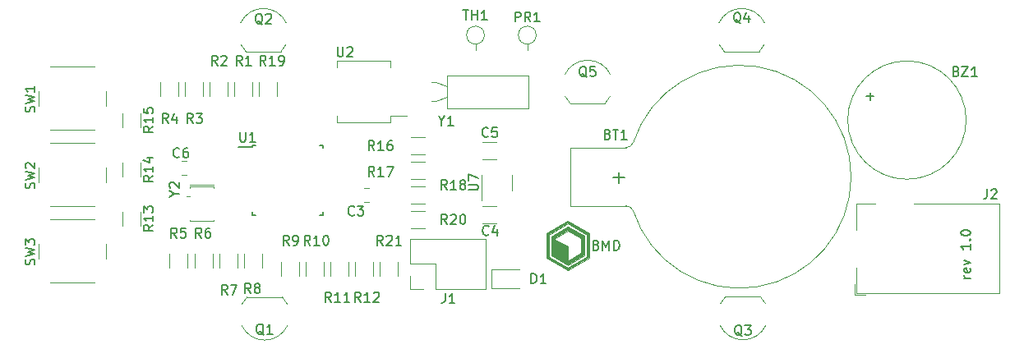
<source format=gbr>
%TF.GenerationSoftware,KiCad,Pcbnew,(6.0.4)*%
%TF.CreationDate,2022-04-24T19:44:17+02:00*%
%TF.ProjectId,fancy-clock,66616e63-792d-4636-9c6f-636b2e6b6963,rev 1.0*%
%TF.SameCoordinates,Original*%
%TF.FileFunction,Legend,Top*%
%TF.FilePolarity,Positive*%
%FSLAX46Y46*%
G04 Gerber Fmt 4.6, Leading zero omitted, Abs format (unit mm)*
G04 Created by KiCad (PCBNEW (6.0.4)) date 2022-04-24 19:44:17*
%MOMM*%
%LPD*%
G01*
G04 APERTURE LIST*
%ADD10C,0.150000*%
%ADD11C,0.120000*%
G04 APERTURE END LIST*
D10*
X202255380Y-86907380D02*
X201588714Y-86907380D01*
X201779190Y-86907380D02*
X201683952Y-86859761D01*
X201636333Y-86812142D01*
X201588714Y-86716904D01*
X201588714Y-86621666D01*
X202207761Y-85907380D02*
X202255380Y-86002619D01*
X202255380Y-86193095D01*
X202207761Y-86288333D01*
X202112523Y-86335952D01*
X201731571Y-86335952D01*
X201636333Y-86288333D01*
X201588714Y-86193095D01*
X201588714Y-86002619D01*
X201636333Y-85907380D01*
X201731571Y-85859761D01*
X201826809Y-85859761D01*
X201922047Y-86335952D01*
X201588714Y-85526428D02*
X202255380Y-85288333D01*
X201588714Y-85050238D01*
X202255380Y-83383571D02*
X202255380Y-83955000D01*
X202255380Y-83669285D02*
X201255380Y-83669285D01*
X201398238Y-83764523D01*
X201493476Y-83859761D01*
X201541095Y-83955000D01*
X202160142Y-82955000D02*
X202207761Y-82907380D01*
X202255380Y-82955000D01*
X202207761Y-83002619D01*
X202160142Y-82955000D01*
X202255380Y-82955000D01*
X201255380Y-82288333D02*
X201255380Y-82193095D01*
X201303000Y-82097857D01*
X201350619Y-82050238D01*
X201445857Y-82002619D01*
X201636333Y-81955000D01*
X201874428Y-81955000D01*
X202064904Y-82002619D01*
X202160142Y-82050238D01*
X202207761Y-82097857D01*
X202255380Y-82193095D01*
X202255380Y-82288333D01*
X202207761Y-82383571D01*
X202160142Y-82431190D01*
X202064904Y-82478809D01*
X201874428Y-82526428D01*
X201636333Y-82526428D01*
X201445857Y-82478809D01*
X201350619Y-82431190D01*
X201303000Y-82383571D01*
X201255380Y-82288333D01*
%TO.C,R18*%
X148328142Y-77795380D02*
X147994809Y-77319190D01*
X147756714Y-77795380D02*
X147756714Y-76795380D01*
X148137666Y-76795380D01*
X148232904Y-76843000D01*
X148280523Y-76890619D01*
X148328142Y-76985857D01*
X148328142Y-77128714D01*
X148280523Y-77223952D01*
X148232904Y-77271571D01*
X148137666Y-77319190D01*
X147756714Y-77319190D01*
X149280523Y-77795380D02*
X148709095Y-77795380D01*
X148994809Y-77795380D02*
X148994809Y-76795380D01*
X148899571Y-76938238D01*
X148804333Y-77033476D01*
X148709095Y-77081095D01*
X149851952Y-77223952D02*
X149756714Y-77176333D01*
X149709095Y-77128714D01*
X149661476Y-77033476D01*
X149661476Y-76985857D01*
X149709095Y-76890619D01*
X149756714Y-76843000D01*
X149851952Y-76795380D01*
X150042428Y-76795380D01*
X150137666Y-76843000D01*
X150185285Y-76890619D01*
X150232904Y-76985857D01*
X150232904Y-77033476D01*
X150185285Y-77128714D01*
X150137666Y-77176333D01*
X150042428Y-77223952D01*
X149851952Y-77223952D01*
X149756714Y-77271571D01*
X149709095Y-77319190D01*
X149661476Y-77414428D01*
X149661476Y-77604904D01*
X149709095Y-77700142D01*
X149756714Y-77747761D01*
X149851952Y-77795380D01*
X150042428Y-77795380D01*
X150137666Y-77747761D01*
X150185285Y-77700142D01*
X150232904Y-77604904D01*
X150232904Y-77414428D01*
X150185285Y-77319190D01*
X150137666Y-77271571D01*
X150042428Y-77223952D01*
%TO.C,Q1*%
X129444761Y-92749619D02*
X129349523Y-92702000D01*
X129254285Y-92606761D01*
X129111428Y-92463904D01*
X129016190Y-92416285D01*
X128920952Y-92416285D01*
X128968571Y-92654380D02*
X128873333Y-92606761D01*
X128778095Y-92511523D01*
X128730476Y-92321047D01*
X128730476Y-91987714D01*
X128778095Y-91797238D01*
X128873333Y-91702000D01*
X128968571Y-91654380D01*
X129159047Y-91654380D01*
X129254285Y-91702000D01*
X129349523Y-91797238D01*
X129397142Y-91987714D01*
X129397142Y-92321047D01*
X129349523Y-92511523D01*
X129254285Y-92606761D01*
X129159047Y-92654380D01*
X128968571Y-92654380D01*
X130349523Y-92654380D02*
X129778095Y-92654380D01*
X130063809Y-92654380D02*
X130063809Y-91654380D01*
X129968571Y-91797238D01*
X129873333Y-91892476D01*
X129778095Y-91940095D01*
%TO.C,Y1*%
X147780809Y-70687190D02*
X147780809Y-71163380D01*
X147447476Y-70163380D02*
X147780809Y-70687190D01*
X148114142Y-70163380D01*
X148971285Y-71163380D02*
X148399857Y-71163380D01*
X148685571Y-71163380D02*
X148685571Y-70163380D01*
X148590333Y-70306238D01*
X148495095Y-70401476D01*
X148399857Y-70449095D01*
%TO.C,R13*%
X118054380Y-81414857D02*
X117578190Y-81748190D01*
X118054380Y-81986285D02*
X117054380Y-81986285D01*
X117054380Y-81605333D01*
X117102000Y-81510095D01*
X117149619Y-81462476D01*
X117244857Y-81414857D01*
X117387714Y-81414857D01*
X117482952Y-81462476D01*
X117530571Y-81510095D01*
X117578190Y-81605333D01*
X117578190Y-81986285D01*
X118054380Y-80462476D02*
X118054380Y-81033904D01*
X118054380Y-80748190D02*
X117054380Y-80748190D01*
X117197238Y-80843428D01*
X117292476Y-80938666D01*
X117340095Y-81033904D01*
X117054380Y-80129142D02*
X117054380Y-79510095D01*
X117435333Y-79843428D01*
X117435333Y-79700571D01*
X117482952Y-79605333D01*
X117530571Y-79557714D01*
X117625809Y-79510095D01*
X117863904Y-79510095D01*
X117959142Y-79557714D01*
X118006761Y-79605333D01*
X118054380Y-79700571D01*
X118054380Y-79986285D01*
X118006761Y-80081523D01*
X117959142Y-80129142D01*
%TO.C,Q5*%
X162718761Y-66185619D02*
X162623523Y-66138000D01*
X162528285Y-66042761D01*
X162385428Y-65899904D01*
X162290190Y-65852285D01*
X162194952Y-65852285D01*
X162242571Y-66090380D02*
X162147333Y-66042761D01*
X162052095Y-65947523D01*
X162004476Y-65757047D01*
X162004476Y-65423714D01*
X162052095Y-65233238D01*
X162147333Y-65138000D01*
X162242571Y-65090380D01*
X162433047Y-65090380D01*
X162528285Y-65138000D01*
X162623523Y-65233238D01*
X162671142Y-65423714D01*
X162671142Y-65757047D01*
X162623523Y-65947523D01*
X162528285Y-66042761D01*
X162433047Y-66090380D01*
X162242571Y-66090380D01*
X163575904Y-65090380D02*
X163099714Y-65090380D01*
X163052095Y-65566571D01*
X163099714Y-65518952D01*
X163194952Y-65471333D01*
X163433047Y-65471333D01*
X163528285Y-65518952D01*
X163575904Y-65566571D01*
X163623523Y-65661809D01*
X163623523Y-65899904D01*
X163575904Y-65995142D01*
X163528285Y-66042761D01*
X163433047Y-66090380D01*
X163194952Y-66090380D01*
X163099714Y-66042761D01*
X163052095Y-65995142D01*
%TO.C,D1*%
X156995904Y-87447380D02*
X156995904Y-86447380D01*
X157234000Y-86447380D01*
X157376857Y-86495000D01*
X157472095Y-86590238D01*
X157519714Y-86685476D01*
X157567333Y-86875952D01*
X157567333Y-87018809D01*
X157519714Y-87209285D01*
X157472095Y-87304523D01*
X157376857Y-87399761D01*
X157234000Y-87447380D01*
X156995904Y-87447380D01*
X158519714Y-87447380D02*
X157948285Y-87447380D01*
X158234000Y-87447380D02*
X158234000Y-86447380D01*
X158138761Y-86590238D01*
X158043523Y-86685476D01*
X157948285Y-86733095D01*
%TO.C,BMD*%
X163702000Y-83494571D02*
X163844857Y-83542190D01*
X163892476Y-83589809D01*
X163940095Y-83685047D01*
X163940095Y-83827904D01*
X163892476Y-83923142D01*
X163844857Y-83970761D01*
X163749619Y-84018380D01*
X163368666Y-84018380D01*
X163368666Y-83018380D01*
X163702000Y-83018380D01*
X163797238Y-83066000D01*
X163844857Y-83113619D01*
X163892476Y-83208857D01*
X163892476Y-83304095D01*
X163844857Y-83399333D01*
X163797238Y-83446952D01*
X163702000Y-83494571D01*
X163368666Y-83494571D01*
X164368666Y-84018380D02*
X164368666Y-83018380D01*
X164702000Y-83732666D01*
X165035333Y-83018380D01*
X165035333Y-84018380D01*
X165511523Y-84018380D02*
X165511523Y-83018380D01*
X165749619Y-83018380D01*
X165892476Y-83066000D01*
X165987714Y-83161238D01*
X166035333Y-83256476D01*
X166082952Y-83446952D01*
X166082952Y-83589809D01*
X166035333Y-83780285D01*
X165987714Y-83875523D01*
X165892476Y-83970761D01*
X165749619Y-84018380D01*
X165511523Y-84018380D01*
%TO.C,C5*%
X152555333Y-72275142D02*
X152507714Y-72322761D01*
X152364857Y-72370380D01*
X152269619Y-72370380D01*
X152126761Y-72322761D01*
X152031523Y-72227523D01*
X151983904Y-72132285D01*
X151936285Y-71941809D01*
X151936285Y-71798952D01*
X151983904Y-71608476D01*
X152031523Y-71513238D01*
X152126761Y-71418000D01*
X152269619Y-71370380D01*
X152364857Y-71370380D01*
X152507714Y-71418000D01*
X152555333Y-71465619D01*
X153460095Y-71370380D02*
X152983904Y-71370380D01*
X152936285Y-71846571D01*
X152983904Y-71798952D01*
X153079142Y-71751333D01*
X153317238Y-71751333D01*
X153412476Y-71798952D01*
X153460095Y-71846571D01*
X153507714Y-71941809D01*
X153507714Y-72179904D01*
X153460095Y-72275142D01*
X153412476Y-72322761D01*
X153317238Y-72370380D01*
X153079142Y-72370380D01*
X152983904Y-72322761D01*
X152936285Y-72275142D01*
%TO.C,R8*%
X128103333Y-88463380D02*
X127770000Y-87987190D01*
X127531904Y-88463380D02*
X127531904Y-87463380D01*
X127912857Y-87463380D01*
X128008095Y-87511000D01*
X128055714Y-87558619D01*
X128103333Y-87653857D01*
X128103333Y-87796714D01*
X128055714Y-87891952D01*
X128008095Y-87939571D01*
X127912857Y-87987190D01*
X127531904Y-87987190D01*
X128674761Y-87891952D02*
X128579523Y-87844333D01*
X128531904Y-87796714D01*
X128484285Y-87701476D01*
X128484285Y-87653857D01*
X128531904Y-87558619D01*
X128579523Y-87511000D01*
X128674761Y-87463380D01*
X128865238Y-87463380D01*
X128960476Y-87511000D01*
X129008095Y-87558619D01*
X129055714Y-87653857D01*
X129055714Y-87701476D01*
X129008095Y-87796714D01*
X128960476Y-87844333D01*
X128865238Y-87891952D01*
X128674761Y-87891952D01*
X128579523Y-87939571D01*
X128531904Y-87987190D01*
X128484285Y-88082428D01*
X128484285Y-88272904D01*
X128531904Y-88368142D01*
X128579523Y-88415761D01*
X128674761Y-88463380D01*
X128865238Y-88463380D01*
X128960476Y-88415761D01*
X129008095Y-88368142D01*
X129055714Y-88272904D01*
X129055714Y-88082428D01*
X129008095Y-87987190D01*
X128960476Y-87939571D01*
X128865238Y-87891952D01*
%TO.C,R2*%
X124674333Y-64968380D02*
X124341000Y-64492190D01*
X124102904Y-64968380D02*
X124102904Y-63968380D01*
X124483857Y-63968380D01*
X124579095Y-64016000D01*
X124626714Y-64063619D01*
X124674333Y-64158857D01*
X124674333Y-64301714D01*
X124626714Y-64396952D01*
X124579095Y-64444571D01*
X124483857Y-64492190D01*
X124102904Y-64492190D01*
X125055285Y-64063619D02*
X125102904Y-64016000D01*
X125198142Y-63968380D01*
X125436238Y-63968380D01*
X125531476Y-64016000D01*
X125579095Y-64063619D01*
X125626714Y-64158857D01*
X125626714Y-64254095D01*
X125579095Y-64396952D01*
X125007666Y-64968380D01*
X125626714Y-64968380D01*
%TO.C,R21*%
X141724142Y-83510380D02*
X141390809Y-83034190D01*
X141152714Y-83510380D02*
X141152714Y-82510380D01*
X141533666Y-82510380D01*
X141628904Y-82558000D01*
X141676523Y-82605619D01*
X141724142Y-82700857D01*
X141724142Y-82843714D01*
X141676523Y-82938952D01*
X141628904Y-82986571D01*
X141533666Y-83034190D01*
X141152714Y-83034190D01*
X142105095Y-82605619D02*
X142152714Y-82558000D01*
X142247952Y-82510380D01*
X142486047Y-82510380D01*
X142581285Y-82558000D01*
X142628904Y-82605619D01*
X142676523Y-82700857D01*
X142676523Y-82796095D01*
X142628904Y-82938952D01*
X142057476Y-83510380D01*
X142676523Y-83510380D01*
X143628904Y-83510380D02*
X143057476Y-83510380D01*
X143343190Y-83510380D02*
X143343190Y-82510380D01*
X143247952Y-82653238D01*
X143152714Y-82748476D01*
X143057476Y-82796095D01*
%TO.C,C3*%
X138771333Y-80367142D02*
X138723714Y-80414761D01*
X138580857Y-80462380D01*
X138485619Y-80462380D01*
X138342761Y-80414761D01*
X138247523Y-80319523D01*
X138199904Y-80224285D01*
X138152285Y-80033809D01*
X138152285Y-79890952D01*
X138199904Y-79700476D01*
X138247523Y-79605238D01*
X138342761Y-79510000D01*
X138485619Y-79462380D01*
X138580857Y-79462380D01*
X138723714Y-79510000D01*
X138771333Y-79557619D01*
X139104666Y-79462380D02*
X139723714Y-79462380D01*
X139390380Y-79843333D01*
X139533238Y-79843333D01*
X139628476Y-79890952D01*
X139676095Y-79938571D01*
X139723714Y-80033809D01*
X139723714Y-80271904D01*
X139676095Y-80367142D01*
X139628476Y-80414761D01*
X139533238Y-80462380D01*
X139247523Y-80462380D01*
X139152285Y-80414761D01*
X139104666Y-80367142D01*
%TO.C,R15*%
X118054380Y-71254857D02*
X117578190Y-71588190D01*
X118054380Y-71826285D02*
X117054380Y-71826285D01*
X117054380Y-71445333D01*
X117102000Y-71350095D01*
X117149619Y-71302476D01*
X117244857Y-71254857D01*
X117387714Y-71254857D01*
X117482952Y-71302476D01*
X117530571Y-71350095D01*
X117578190Y-71445333D01*
X117578190Y-71826285D01*
X118054380Y-70302476D02*
X118054380Y-70873904D01*
X118054380Y-70588190D02*
X117054380Y-70588190D01*
X117197238Y-70683428D01*
X117292476Y-70778666D01*
X117340095Y-70873904D01*
X117054380Y-69397714D02*
X117054380Y-69873904D01*
X117530571Y-69921523D01*
X117482952Y-69873904D01*
X117435333Y-69778666D01*
X117435333Y-69540571D01*
X117482952Y-69445333D01*
X117530571Y-69397714D01*
X117625809Y-69350095D01*
X117863904Y-69350095D01*
X117959142Y-69397714D01*
X118006761Y-69445333D01*
X118054380Y-69540571D01*
X118054380Y-69778666D01*
X118006761Y-69873904D01*
X117959142Y-69921523D01*
%TO.C,J2*%
X203961666Y-77743880D02*
X203961666Y-78458166D01*
X203914047Y-78601023D01*
X203818809Y-78696261D01*
X203675952Y-78743880D01*
X203580714Y-78743880D01*
X204390238Y-77839119D02*
X204437857Y-77791500D01*
X204533095Y-77743880D01*
X204771190Y-77743880D01*
X204866428Y-77791500D01*
X204914047Y-77839119D01*
X204961666Y-77934357D01*
X204961666Y-78029595D01*
X204914047Y-78172452D01*
X204342619Y-78743880D01*
X204961666Y-78743880D01*
%TO.C,Y2*%
X120245190Y-78200190D02*
X120721380Y-78200190D01*
X119721380Y-78533523D02*
X120245190Y-78200190D01*
X119721380Y-77866857D01*
X119816619Y-77581142D02*
X119769000Y-77533523D01*
X119721380Y-77438285D01*
X119721380Y-77200190D01*
X119769000Y-77104952D01*
X119816619Y-77057333D01*
X119911857Y-77009714D01*
X120007095Y-77009714D01*
X120149952Y-77057333D01*
X120721380Y-77628761D01*
X120721380Y-77009714D01*
%TO.C,R4*%
X119594333Y-70937380D02*
X119261000Y-70461190D01*
X119022904Y-70937380D02*
X119022904Y-69937380D01*
X119403857Y-69937380D01*
X119499095Y-69985000D01*
X119546714Y-70032619D01*
X119594333Y-70127857D01*
X119594333Y-70270714D01*
X119546714Y-70365952D01*
X119499095Y-70413571D01*
X119403857Y-70461190D01*
X119022904Y-70461190D01*
X120451476Y-70270714D02*
X120451476Y-70937380D01*
X120213380Y-69889761D02*
X119975285Y-70604047D01*
X120594333Y-70604047D01*
%TO.C,Q3*%
X178720761Y-92876619D02*
X178625523Y-92829000D01*
X178530285Y-92733761D01*
X178387428Y-92590904D01*
X178292190Y-92543285D01*
X178196952Y-92543285D01*
X178244571Y-92781380D02*
X178149333Y-92733761D01*
X178054095Y-92638523D01*
X178006476Y-92448047D01*
X178006476Y-92114714D01*
X178054095Y-91924238D01*
X178149333Y-91829000D01*
X178244571Y-91781380D01*
X178435047Y-91781380D01*
X178530285Y-91829000D01*
X178625523Y-91924238D01*
X178673142Y-92114714D01*
X178673142Y-92448047D01*
X178625523Y-92638523D01*
X178530285Y-92733761D01*
X178435047Y-92781380D01*
X178244571Y-92781380D01*
X179006476Y-91781380D02*
X179625523Y-91781380D01*
X179292190Y-92162333D01*
X179435047Y-92162333D01*
X179530285Y-92209952D01*
X179577904Y-92257571D01*
X179625523Y-92352809D01*
X179625523Y-92590904D01*
X179577904Y-92686142D01*
X179530285Y-92733761D01*
X179435047Y-92781380D01*
X179149333Y-92781380D01*
X179054095Y-92733761D01*
X179006476Y-92686142D01*
%TO.C,J1*%
X148129666Y-88479380D02*
X148129666Y-89193666D01*
X148082047Y-89336523D01*
X147986809Y-89431761D01*
X147843952Y-89479380D01*
X147748714Y-89479380D01*
X149129666Y-89479380D02*
X148558238Y-89479380D01*
X148843952Y-89479380D02*
X148843952Y-88479380D01*
X148748714Y-88622238D01*
X148653476Y-88717476D01*
X148558238Y-88765095D01*
%TO.C,R5*%
X120483333Y-82748380D02*
X120150000Y-82272190D01*
X119911904Y-82748380D02*
X119911904Y-81748380D01*
X120292857Y-81748380D01*
X120388095Y-81796000D01*
X120435714Y-81843619D01*
X120483333Y-81938857D01*
X120483333Y-82081714D01*
X120435714Y-82176952D01*
X120388095Y-82224571D01*
X120292857Y-82272190D01*
X119911904Y-82272190D01*
X121388095Y-81748380D02*
X120911904Y-81748380D01*
X120864285Y-82224571D01*
X120911904Y-82176952D01*
X121007142Y-82129333D01*
X121245238Y-82129333D01*
X121340476Y-82176952D01*
X121388095Y-82224571D01*
X121435714Y-82319809D01*
X121435714Y-82557904D01*
X121388095Y-82653142D01*
X121340476Y-82700761D01*
X121245238Y-82748380D01*
X121007142Y-82748380D01*
X120911904Y-82700761D01*
X120864285Y-82653142D01*
%TO.C,U1*%
X127000095Y-71842380D02*
X127000095Y-72651904D01*
X127047714Y-72747142D01*
X127095333Y-72794761D01*
X127190571Y-72842380D01*
X127381047Y-72842380D01*
X127476285Y-72794761D01*
X127523904Y-72747142D01*
X127571523Y-72651904D01*
X127571523Y-71842380D01*
X128571523Y-72842380D02*
X128000095Y-72842380D01*
X128285809Y-72842380D02*
X128285809Y-71842380D01*
X128190571Y-71985238D01*
X128095333Y-72080476D01*
X128000095Y-72128095D01*
%TO.C,SW2*%
X105814761Y-77660333D02*
X105862380Y-77517476D01*
X105862380Y-77279380D01*
X105814761Y-77184142D01*
X105767142Y-77136523D01*
X105671904Y-77088904D01*
X105576666Y-77088904D01*
X105481428Y-77136523D01*
X105433809Y-77184142D01*
X105386190Y-77279380D01*
X105338571Y-77469857D01*
X105290952Y-77565095D01*
X105243333Y-77612714D01*
X105148095Y-77660333D01*
X105052857Y-77660333D01*
X104957619Y-77612714D01*
X104910000Y-77565095D01*
X104862380Y-77469857D01*
X104862380Y-77231761D01*
X104910000Y-77088904D01*
X104862380Y-76755571D02*
X105862380Y-76517476D01*
X105148095Y-76327000D01*
X105862380Y-76136523D01*
X104862380Y-75898428D01*
X104957619Y-75565095D02*
X104910000Y-75517476D01*
X104862380Y-75422238D01*
X104862380Y-75184142D01*
X104910000Y-75088904D01*
X104957619Y-75041285D01*
X105052857Y-74993666D01*
X105148095Y-74993666D01*
X105290952Y-75041285D01*
X105862380Y-75612714D01*
X105862380Y-74993666D01*
%TO.C,R14*%
X118054380Y-76334857D02*
X117578190Y-76668190D01*
X118054380Y-76906285D02*
X117054380Y-76906285D01*
X117054380Y-76525333D01*
X117102000Y-76430095D01*
X117149619Y-76382476D01*
X117244857Y-76334857D01*
X117387714Y-76334857D01*
X117482952Y-76382476D01*
X117530571Y-76430095D01*
X117578190Y-76525333D01*
X117578190Y-76906285D01*
X118054380Y-75382476D02*
X118054380Y-75953904D01*
X118054380Y-75668190D02*
X117054380Y-75668190D01*
X117197238Y-75763428D01*
X117292476Y-75858666D01*
X117340095Y-75953904D01*
X117387714Y-74525333D02*
X118054380Y-74525333D01*
X117006761Y-74763428D02*
X117721047Y-75001523D01*
X117721047Y-74382476D01*
%TO.C,TH1*%
X149971285Y-59269380D02*
X150542714Y-59269380D01*
X150257000Y-60269380D02*
X150257000Y-59269380D01*
X150876047Y-60269380D02*
X150876047Y-59269380D01*
X150876047Y-59745571D02*
X151447476Y-59745571D01*
X151447476Y-60269380D02*
X151447476Y-59269380D01*
X152447476Y-60269380D02*
X151876047Y-60269380D01*
X152161761Y-60269380D02*
X152161761Y-59269380D01*
X152066523Y-59412238D01*
X151971285Y-59507476D01*
X151876047Y-59555095D01*
%TO.C,R6*%
X123023333Y-82748380D02*
X122690000Y-82272190D01*
X122451904Y-82748380D02*
X122451904Y-81748380D01*
X122832857Y-81748380D01*
X122928095Y-81796000D01*
X122975714Y-81843619D01*
X123023333Y-81938857D01*
X123023333Y-82081714D01*
X122975714Y-82176952D01*
X122928095Y-82224571D01*
X122832857Y-82272190D01*
X122451904Y-82272190D01*
X123880476Y-81748380D02*
X123690000Y-81748380D01*
X123594761Y-81796000D01*
X123547142Y-81843619D01*
X123451904Y-81986476D01*
X123404285Y-82176952D01*
X123404285Y-82557904D01*
X123451904Y-82653142D01*
X123499523Y-82700761D01*
X123594761Y-82748380D01*
X123785238Y-82748380D01*
X123880476Y-82700761D01*
X123928095Y-82653142D01*
X123975714Y-82557904D01*
X123975714Y-82319809D01*
X123928095Y-82224571D01*
X123880476Y-82176952D01*
X123785238Y-82129333D01*
X123594761Y-82129333D01*
X123499523Y-82176952D01*
X123451904Y-82224571D01*
X123404285Y-82319809D01*
%TO.C,C4*%
X152614333Y-82399142D02*
X152566714Y-82446761D01*
X152423857Y-82494380D01*
X152328619Y-82494380D01*
X152185761Y-82446761D01*
X152090523Y-82351523D01*
X152042904Y-82256285D01*
X151995285Y-82065809D01*
X151995285Y-81922952D01*
X152042904Y-81732476D01*
X152090523Y-81637238D01*
X152185761Y-81542000D01*
X152328619Y-81494380D01*
X152423857Y-81494380D01*
X152566714Y-81542000D01*
X152614333Y-81589619D01*
X153471476Y-81827714D02*
X153471476Y-82494380D01*
X153233380Y-81446761D02*
X152995285Y-82161047D01*
X153614333Y-82161047D01*
%TO.C,PR1*%
X155352904Y-60473380D02*
X155352904Y-59473380D01*
X155733857Y-59473380D01*
X155829095Y-59521000D01*
X155876714Y-59568619D01*
X155924333Y-59663857D01*
X155924333Y-59806714D01*
X155876714Y-59901952D01*
X155829095Y-59949571D01*
X155733857Y-59997190D01*
X155352904Y-59997190D01*
X156924333Y-60473380D02*
X156591000Y-59997190D01*
X156352904Y-60473380D02*
X156352904Y-59473380D01*
X156733857Y-59473380D01*
X156829095Y-59521000D01*
X156876714Y-59568619D01*
X156924333Y-59663857D01*
X156924333Y-59806714D01*
X156876714Y-59901952D01*
X156829095Y-59949571D01*
X156733857Y-59997190D01*
X156352904Y-59997190D01*
X157876714Y-60473380D02*
X157305285Y-60473380D01*
X157591000Y-60473380D02*
X157591000Y-59473380D01*
X157495761Y-59616238D01*
X157400523Y-59711476D01*
X157305285Y-59759095D01*
%TO.C,C6*%
X120737333Y-74398142D02*
X120689714Y-74445761D01*
X120546857Y-74493380D01*
X120451619Y-74493380D01*
X120308761Y-74445761D01*
X120213523Y-74350523D01*
X120165904Y-74255285D01*
X120118285Y-74064809D01*
X120118285Y-73921952D01*
X120165904Y-73731476D01*
X120213523Y-73636238D01*
X120308761Y-73541000D01*
X120451619Y-73493380D01*
X120546857Y-73493380D01*
X120689714Y-73541000D01*
X120737333Y-73588619D01*
X121594476Y-73493380D02*
X121404000Y-73493380D01*
X121308761Y-73541000D01*
X121261142Y-73588619D01*
X121165904Y-73731476D01*
X121118285Y-73921952D01*
X121118285Y-74302904D01*
X121165904Y-74398142D01*
X121213523Y-74445761D01*
X121308761Y-74493380D01*
X121499238Y-74493380D01*
X121594476Y-74445761D01*
X121642095Y-74398142D01*
X121689714Y-74302904D01*
X121689714Y-74064809D01*
X121642095Y-73969571D01*
X121594476Y-73921952D01*
X121499238Y-73874333D01*
X121308761Y-73874333D01*
X121213523Y-73921952D01*
X121165904Y-73969571D01*
X121118285Y-74064809D01*
%TO.C,BT1*%
X164888869Y-72064571D02*
X165031726Y-72112190D01*
X165079345Y-72159809D01*
X165126964Y-72255047D01*
X165126964Y-72397904D01*
X165079345Y-72493142D01*
X165031726Y-72540761D01*
X164936488Y-72588380D01*
X164555536Y-72588380D01*
X164555536Y-71588380D01*
X164888869Y-71588380D01*
X164984107Y-71636000D01*
X165031726Y-71683619D01*
X165079345Y-71778857D01*
X165079345Y-71874095D01*
X165031726Y-71969333D01*
X164984107Y-72016952D01*
X164888869Y-72064571D01*
X164555536Y-72064571D01*
X165412679Y-71588380D02*
X165984107Y-71588380D01*
X165698393Y-72588380D02*
X165698393Y-71588380D01*
X166841250Y-72588380D02*
X166269822Y-72588380D01*
X166555536Y-72588380D02*
X166555536Y-71588380D01*
X166460298Y-71731238D01*
X166365060Y-71826476D01*
X166269822Y-71874095D01*
X165440155Y-76561142D02*
X166583012Y-76561142D01*
X166011584Y-77132571D02*
X166011584Y-75989714D01*
%TO.C,Q4*%
X178593761Y-60618619D02*
X178498523Y-60571000D01*
X178403285Y-60475761D01*
X178260428Y-60332904D01*
X178165190Y-60285285D01*
X178069952Y-60285285D01*
X178117571Y-60523380D02*
X178022333Y-60475761D01*
X177927095Y-60380523D01*
X177879476Y-60190047D01*
X177879476Y-59856714D01*
X177927095Y-59666238D01*
X178022333Y-59571000D01*
X178117571Y-59523380D01*
X178308047Y-59523380D01*
X178403285Y-59571000D01*
X178498523Y-59666238D01*
X178546142Y-59856714D01*
X178546142Y-60190047D01*
X178498523Y-60380523D01*
X178403285Y-60475761D01*
X178308047Y-60523380D01*
X178117571Y-60523380D01*
X179403285Y-59856714D02*
X179403285Y-60523380D01*
X179165190Y-59475761D02*
X178927095Y-60190047D01*
X179546142Y-60190047D01*
%TO.C,U7*%
X150519180Y-77825504D02*
X151328704Y-77825504D01*
X151423942Y-77777885D01*
X151471561Y-77730266D01*
X151519180Y-77635028D01*
X151519180Y-77444552D01*
X151471561Y-77349314D01*
X151423942Y-77301695D01*
X151328704Y-77254076D01*
X150519180Y-77254076D01*
X150519180Y-76873123D02*
X150519180Y-76206457D01*
X151519180Y-76635028D01*
%TO.C,R1*%
X127214333Y-64968380D02*
X126881000Y-64492190D01*
X126642904Y-64968380D02*
X126642904Y-63968380D01*
X127023857Y-63968380D01*
X127119095Y-64016000D01*
X127166714Y-64063619D01*
X127214333Y-64158857D01*
X127214333Y-64301714D01*
X127166714Y-64396952D01*
X127119095Y-64444571D01*
X127023857Y-64492190D01*
X126642904Y-64492190D01*
X128166714Y-64968380D02*
X127595285Y-64968380D01*
X127881000Y-64968380D02*
X127881000Y-63968380D01*
X127785761Y-64111238D01*
X127690523Y-64206476D01*
X127595285Y-64254095D01*
%TO.C,R19*%
X129659142Y-64968380D02*
X129325809Y-64492190D01*
X129087714Y-64968380D02*
X129087714Y-63968380D01*
X129468666Y-63968380D01*
X129563904Y-64016000D01*
X129611523Y-64063619D01*
X129659142Y-64158857D01*
X129659142Y-64301714D01*
X129611523Y-64396952D01*
X129563904Y-64444571D01*
X129468666Y-64492190D01*
X129087714Y-64492190D01*
X130611523Y-64968380D02*
X130040095Y-64968380D01*
X130325809Y-64968380D02*
X130325809Y-63968380D01*
X130230571Y-64111238D01*
X130135333Y-64206476D01*
X130040095Y-64254095D01*
X131087714Y-64968380D02*
X131278190Y-64968380D01*
X131373428Y-64920761D01*
X131421047Y-64873142D01*
X131516285Y-64730285D01*
X131563904Y-64539809D01*
X131563904Y-64158857D01*
X131516285Y-64063619D01*
X131468666Y-64016000D01*
X131373428Y-63968380D01*
X131182952Y-63968380D01*
X131087714Y-64016000D01*
X131040095Y-64063619D01*
X130992476Y-64158857D01*
X130992476Y-64396952D01*
X131040095Y-64492190D01*
X131087714Y-64539809D01*
X131182952Y-64587428D01*
X131373428Y-64587428D01*
X131468666Y-64539809D01*
X131516285Y-64492190D01*
X131563904Y-64396952D01*
%TO.C,R10*%
X134231142Y-83510380D02*
X133897809Y-83034190D01*
X133659714Y-83510380D02*
X133659714Y-82510380D01*
X134040666Y-82510380D01*
X134135904Y-82558000D01*
X134183523Y-82605619D01*
X134231142Y-82700857D01*
X134231142Y-82843714D01*
X134183523Y-82938952D01*
X134135904Y-82986571D01*
X134040666Y-83034190D01*
X133659714Y-83034190D01*
X135183523Y-83510380D02*
X134612095Y-83510380D01*
X134897809Y-83510380D02*
X134897809Y-82510380D01*
X134802571Y-82653238D01*
X134707333Y-82748476D01*
X134612095Y-82796095D01*
X135802571Y-82510380D02*
X135897809Y-82510380D01*
X135993047Y-82558000D01*
X136040666Y-82605619D01*
X136088285Y-82700857D01*
X136135904Y-82891333D01*
X136135904Y-83129428D01*
X136088285Y-83319904D01*
X136040666Y-83415142D01*
X135993047Y-83462761D01*
X135897809Y-83510380D01*
X135802571Y-83510380D01*
X135707333Y-83462761D01*
X135659714Y-83415142D01*
X135612095Y-83319904D01*
X135564476Y-83129428D01*
X135564476Y-82891333D01*
X135612095Y-82700857D01*
X135659714Y-82605619D01*
X135707333Y-82558000D01*
X135802571Y-82510380D01*
%TO.C,R7*%
X125690333Y-88590380D02*
X125357000Y-88114190D01*
X125118904Y-88590380D02*
X125118904Y-87590380D01*
X125499857Y-87590380D01*
X125595095Y-87638000D01*
X125642714Y-87685619D01*
X125690333Y-87780857D01*
X125690333Y-87923714D01*
X125642714Y-88018952D01*
X125595095Y-88066571D01*
X125499857Y-88114190D01*
X125118904Y-88114190D01*
X126023666Y-87590380D02*
X126690333Y-87590380D01*
X126261761Y-88590380D01*
%TO.C,R11*%
X136390142Y-89352380D02*
X136056809Y-88876190D01*
X135818714Y-89352380D02*
X135818714Y-88352380D01*
X136199666Y-88352380D01*
X136294904Y-88400000D01*
X136342523Y-88447619D01*
X136390142Y-88542857D01*
X136390142Y-88685714D01*
X136342523Y-88780952D01*
X136294904Y-88828571D01*
X136199666Y-88876190D01*
X135818714Y-88876190D01*
X137342523Y-89352380D02*
X136771095Y-89352380D01*
X137056809Y-89352380D02*
X137056809Y-88352380D01*
X136961571Y-88495238D01*
X136866333Y-88590476D01*
X136771095Y-88638095D01*
X138294904Y-89352380D02*
X137723476Y-89352380D01*
X138009190Y-89352380D02*
X138009190Y-88352380D01*
X137913952Y-88495238D01*
X137818714Y-88590476D01*
X137723476Y-88638095D01*
%TO.C,R17*%
X140835142Y-76398380D02*
X140501809Y-75922190D01*
X140263714Y-76398380D02*
X140263714Y-75398380D01*
X140644666Y-75398380D01*
X140739904Y-75446000D01*
X140787523Y-75493619D01*
X140835142Y-75588857D01*
X140835142Y-75731714D01*
X140787523Y-75826952D01*
X140739904Y-75874571D01*
X140644666Y-75922190D01*
X140263714Y-75922190D01*
X141787523Y-76398380D02*
X141216095Y-76398380D01*
X141501809Y-76398380D02*
X141501809Y-75398380D01*
X141406571Y-75541238D01*
X141311333Y-75636476D01*
X141216095Y-75684095D01*
X142120857Y-75398380D02*
X142787523Y-75398380D01*
X142358952Y-76398380D01*
%TO.C,SW3*%
X105814761Y-85534333D02*
X105862380Y-85391476D01*
X105862380Y-85153380D01*
X105814761Y-85058142D01*
X105767142Y-85010523D01*
X105671904Y-84962904D01*
X105576666Y-84962904D01*
X105481428Y-85010523D01*
X105433809Y-85058142D01*
X105386190Y-85153380D01*
X105338571Y-85343857D01*
X105290952Y-85439095D01*
X105243333Y-85486714D01*
X105148095Y-85534333D01*
X105052857Y-85534333D01*
X104957619Y-85486714D01*
X104910000Y-85439095D01*
X104862380Y-85343857D01*
X104862380Y-85105761D01*
X104910000Y-84962904D01*
X104862380Y-84629571D02*
X105862380Y-84391476D01*
X105148095Y-84201000D01*
X105862380Y-84010523D01*
X104862380Y-83772428D01*
X104862380Y-83486714D02*
X104862380Y-82867666D01*
X105243333Y-83201000D01*
X105243333Y-83058142D01*
X105290952Y-82962904D01*
X105338571Y-82915285D01*
X105433809Y-82867666D01*
X105671904Y-82867666D01*
X105767142Y-82915285D01*
X105814761Y-82962904D01*
X105862380Y-83058142D01*
X105862380Y-83343857D01*
X105814761Y-83439095D01*
X105767142Y-83486714D01*
%TO.C,R9*%
X132040333Y-83510380D02*
X131707000Y-83034190D01*
X131468904Y-83510380D02*
X131468904Y-82510380D01*
X131849857Y-82510380D01*
X131945095Y-82558000D01*
X131992714Y-82605619D01*
X132040333Y-82700857D01*
X132040333Y-82843714D01*
X131992714Y-82938952D01*
X131945095Y-82986571D01*
X131849857Y-83034190D01*
X131468904Y-83034190D01*
X132516523Y-83510380D02*
X132707000Y-83510380D01*
X132802238Y-83462761D01*
X132849857Y-83415142D01*
X132945095Y-83272285D01*
X132992714Y-83081809D01*
X132992714Y-82700857D01*
X132945095Y-82605619D01*
X132897476Y-82558000D01*
X132802238Y-82510380D01*
X132611761Y-82510380D01*
X132516523Y-82558000D01*
X132468904Y-82605619D01*
X132421285Y-82700857D01*
X132421285Y-82938952D01*
X132468904Y-83034190D01*
X132516523Y-83081809D01*
X132611761Y-83129428D01*
X132802238Y-83129428D01*
X132897476Y-83081809D01*
X132945095Y-83034190D01*
X132992714Y-82938952D01*
%TO.C,Q2*%
X129317761Y-60745619D02*
X129222523Y-60698000D01*
X129127285Y-60602761D01*
X128984428Y-60459904D01*
X128889190Y-60412285D01*
X128793952Y-60412285D01*
X128841571Y-60650380D02*
X128746333Y-60602761D01*
X128651095Y-60507523D01*
X128603476Y-60317047D01*
X128603476Y-59983714D01*
X128651095Y-59793238D01*
X128746333Y-59698000D01*
X128841571Y-59650380D01*
X129032047Y-59650380D01*
X129127285Y-59698000D01*
X129222523Y-59793238D01*
X129270142Y-59983714D01*
X129270142Y-60317047D01*
X129222523Y-60507523D01*
X129127285Y-60602761D01*
X129032047Y-60650380D01*
X128841571Y-60650380D01*
X129651095Y-59745619D02*
X129698714Y-59698000D01*
X129793952Y-59650380D01*
X130032047Y-59650380D01*
X130127285Y-59698000D01*
X130174904Y-59745619D01*
X130222523Y-59840857D01*
X130222523Y-59936095D01*
X130174904Y-60078952D01*
X129603476Y-60650380D01*
X130222523Y-60650380D01*
%TO.C,R12*%
X139438142Y-89352380D02*
X139104809Y-88876190D01*
X138866714Y-89352380D02*
X138866714Y-88352380D01*
X139247666Y-88352380D01*
X139342904Y-88400000D01*
X139390523Y-88447619D01*
X139438142Y-88542857D01*
X139438142Y-88685714D01*
X139390523Y-88780952D01*
X139342904Y-88828571D01*
X139247666Y-88876190D01*
X138866714Y-88876190D01*
X140390523Y-89352380D02*
X139819095Y-89352380D01*
X140104809Y-89352380D02*
X140104809Y-88352380D01*
X140009571Y-88495238D01*
X139914333Y-88590476D01*
X139819095Y-88638095D01*
X140771476Y-88447619D02*
X140819095Y-88400000D01*
X140914333Y-88352380D01*
X141152428Y-88352380D01*
X141247666Y-88400000D01*
X141295285Y-88447619D01*
X141342904Y-88542857D01*
X141342904Y-88638095D01*
X141295285Y-88780952D01*
X140723857Y-89352380D01*
X141342904Y-89352380D01*
%TO.C,R20*%
X148328142Y-81351380D02*
X147994809Y-80875190D01*
X147756714Y-81351380D02*
X147756714Y-80351380D01*
X148137666Y-80351380D01*
X148232904Y-80399000D01*
X148280523Y-80446619D01*
X148328142Y-80541857D01*
X148328142Y-80684714D01*
X148280523Y-80779952D01*
X148232904Y-80827571D01*
X148137666Y-80875190D01*
X147756714Y-80875190D01*
X148709095Y-80446619D02*
X148756714Y-80399000D01*
X148851952Y-80351380D01*
X149090047Y-80351380D01*
X149185285Y-80399000D01*
X149232904Y-80446619D01*
X149280523Y-80541857D01*
X149280523Y-80637095D01*
X149232904Y-80779952D01*
X148661476Y-81351380D01*
X149280523Y-81351380D01*
X149899571Y-80351380D02*
X149994809Y-80351380D01*
X150090047Y-80399000D01*
X150137666Y-80446619D01*
X150185285Y-80541857D01*
X150232904Y-80732333D01*
X150232904Y-80970428D01*
X150185285Y-81160904D01*
X150137666Y-81256142D01*
X150090047Y-81303761D01*
X149994809Y-81351380D01*
X149899571Y-81351380D01*
X149804333Y-81303761D01*
X149756714Y-81256142D01*
X149709095Y-81160904D01*
X149661476Y-80970428D01*
X149661476Y-80732333D01*
X149709095Y-80541857D01*
X149756714Y-80446619D01*
X149804333Y-80399000D01*
X149899571Y-80351380D01*
%TO.C,R16*%
X140835142Y-73731380D02*
X140501809Y-73255190D01*
X140263714Y-73731380D02*
X140263714Y-72731380D01*
X140644666Y-72731380D01*
X140739904Y-72779000D01*
X140787523Y-72826619D01*
X140835142Y-72921857D01*
X140835142Y-73064714D01*
X140787523Y-73159952D01*
X140739904Y-73207571D01*
X140644666Y-73255190D01*
X140263714Y-73255190D01*
X141787523Y-73731380D02*
X141216095Y-73731380D01*
X141501809Y-73731380D02*
X141501809Y-72731380D01*
X141406571Y-72874238D01*
X141311333Y-72969476D01*
X141216095Y-73017095D01*
X142644666Y-72731380D02*
X142454190Y-72731380D01*
X142358952Y-72779000D01*
X142311333Y-72826619D01*
X142216095Y-72969476D01*
X142168476Y-73159952D01*
X142168476Y-73540904D01*
X142216095Y-73636142D01*
X142263714Y-73683761D01*
X142358952Y-73731380D01*
X142549428Y-73731380D01*
X142644666Y-73683761D01*
X142692285Y-73636142D01*
X142739904Y-73540904D01*
X142739904Y-73302809D01*
X142692285Y-73207571D01*
X142644666Y-73159952D01*
X142549428Y-73112333D01*
X142358952Y-73112333D01*
X142263714Y-73159952D01*
X142216095Y-73207571D01*
X142168476Y-73302809D01*
%TO.C,BZ1*%
X200795047Y-65587571D02*
X200937904Y-65635190D01*
X200985523Y-65682809D01*
X201033142Y-65778047D01*
X201033142Y-65920904D01*
X200985523Y-66016142D01*
X200937904Y-66063761D01*
X200842666Y-66111380D01*
X200461714Y-66111380D01*
X200461714Y-65111380D01*
X200795047Y-65111380D01*
X200890285Y-65159000D01*
X200937904Y-65206619D01*
X200985523Y-65301857D01*
X200985523Y-65397095D01*
X200937904Y-65492333D01*
X200890285Y-65539952D01*
X200795047Y-65587571D01*
X200461714Y-65587571D01*
X201366476Y-65111380D02*
X202033142Y-65111380D01*
X201366476Y-66111380D01*
X202033142Y-66111380D01*
X202937904Y-66111380D02*
X202366476Y-66111380D01*
X202652190Y-66111380D02*
X202652190Y-65111380D01*
X202556952Y-65254238D01*
X202461714Y-65349476D01*
X202366476Y-65397095D01*
X191516047Y-68143428D02*
X192277952Y-68143428D01*
X191897000Y-68524380D02*
X191897000Y-67762476D01*
%TO.C,U2*%
X137033095Y-63079380D02*
X137033095Y-63888904D01*
X137080714Y-63984142D01*
X137128333Y-64031761D01*
X137223571Y-64079380D01*
X137414047Y-64079380D01*
X137509285Y-64031761D01*
X137556904Y-63984142D01*
X137604523Y-63888904D01*
X137604523Y-63079380D01*
X138033095Y-63174619D02*
X138080714Y-63127000D01*
X138175952Y-63079380D01*
X138414047Y-63079380D01*
X138509285Y-63127000D01*
X138556904Y-63174619D01*
X138604523Y-63269857D01*
X138604523Y-63365095D01*
X138556904Y-63507952D01*
X137985476Y-64079380D01*
X138604523Y-64079380D01*
%TO.C,R3*%
X122134333Y-70937380D02*
X121801000Y-70461190D01*
X121562904Y-70937380D02*
X121562904Y-69937380D01*
X121943857Y-69937380D01*
X122039095Y-69985000D01*
X122086714Y-70032619D01*
X122134333Y-70127857D01*
X122134333Y-70270714D01*
X122086714Y-70365952D01*
X122039095Y-70413571D01*
X121943857Y-70461190D01*
X121562904Y-70461190D01*
X122467666Y-69937380D02*
X123086714Y-69937380D01*
X122753380Y-70318333D01*
X122896238Y-70318333D01*
X122991476Y-70365952D01*
X123039095Y-70413571D01*
X123086714Y-70508809D01*
X123086714Y-70746904D01*
X123039095Y-70842142D01*
X122991476Y-70889761D01*
X122896238Y-70937380D01*
X122610523Y-70937380D01*
X122515285Y-70889761D01*
X122467666Y-70842142D01*
%TO.C,SW1*%
X105814761Y-69786333D02*
X105862380Y-69643476D01*
X105862380Y-69405380D01*
X105814761Y-69310142D01*
X105767142Y-69262523D01*
X105671904Y-69214904D01*
X105576666Y-69214904D01*
X105481428Y-69262523D01*
X105433809Y-69310142D01*
X105386190Y-69405380D01*
X105338571Y-69595857D01*
X105290952Y-69691095D01*
X105243333Y-69738714D01*
X105148095Y-69786333D01*
X105052857Y-69786333D01*
X104957619Y-69738714D01*
X104910000Y-69691095D01*
X104862380Y-69595857D01*
X104862380Y-69357761D01*
X104910000Y-69214904D01*
X104862380Y-68881571D02*
X105862380Y-68643476D01*
X105148095Y-68453000D01*
X105862380Y-68262523D01*
X104862380Y-68024428D01*
X105862380Y-67119666D02*
X105862380Y-67691095D01*
X105862380Y-67405380D02*
X104862380Y-67405380D01*
X105005238Y-67500619D01*
X105100476Y-67595857D01*
X105148095Y-67691095D01*
D11*
%TO.C,R18*%
X144628936Y-77430000D02*
X146083064Y-77430000D01*
X144628936Y-79250000D02*
X146083064Y-79250000D01*
%TO.C,Q1*%
X131340000Y-88849000D02*
X127740000Y-88849000D01*
X131864184Y-89576205D02*
G75*
G03*
X131340000Y-88849000I-2324184J-1122795D01*
G01*
X127740000Y-88849000D02*
G75*
G03*
X127215816Y-89576205I1800000J-1850000D01*
G01*
X127183600Y-91797807D02*
G75*
G03*
X129540000Y-93299000I2356400J1098807D01*
G01*
X129540000Y-93299000D02*
G75*
G03*
X131896400Y-91797807I0J2600000D01*
G01*
%TO.C,Y1*%
X148307000Y-65991000D02*
X148307000Y-69391000D01*
X156707000Y-65991000D02*
X148307000Y-65991000D01*
X148307000Y-69391000D02*
X156707000Y-69391000D01*
X156707000Y-69391000D02*
X156707000Y-65991000D01*
X147157000Y-66741000D02*
X146707000Y-66741000D01*
X148307000Y-68236000D02*
X147157000Y-68641000D01*
X148307000Y-67146000D02*
X147157000Y-66741000D01*
X147157000Y-68641000D02*
X146707000Y-68641000D01*
%TO.C,R13*%
X116734000Y-81525064D02*
X116734000Y-80070936D01*
X114914000Y-81525064D02*
X114914000Y-80070936D01*
%TO.C,Q5*%
X161014000Y-68885000D02*
X164614000Y-68885000D01*
X160489816Y-68157795D02*
G75*
G03*
X161014000Y-68885000I2324184J1122795D01*
G01*
X165170400Y-65936193D02*
G75*
G03*
X162814000Y-64435000I-2356400J-1098807D01*
G01*
X164614000Y-68885000D02*
G75*
G03*
X165138184Y-68157795I-1800000J1850000D01*
G01*
X162814000Y-64435000D02*
G75*
G03*
X160457600Y-65936193I0J-2600000D01*
G01*
%TO.C,D1*%
X155754000Y-86016000D02*
X152894000Y-86016000D01*
X152894000Y-87936000D02*
X155754000Y-87936000D01*
X152894000Y-86016000D02*
X152894000Y-87936000D01*
%TO.C,BMD*%
G36*
X162502000Y-82566000D02*
G01*
X162502000Y-84576000D01*
X160782000Y-85546000D01*
X160782000Y-85126000D01*
X162142000Y-84326000D01*
X162142000Y-82786000D01*
X160782000Y-82026000D01*
X160782000Y-81586000D01*
X162502000Y-82566000D01*
G37*
X162502000Y-82566000D02*
X162502000Y-84576000D01*
X160782000Y-85546000D01*
X160782000Y-85126000D01*
X162142000Y-84326000D01*
X162142000Y-82786000D01*
X160782000Y-82026000D01*
X160782000Y-81586000D01*
X162502000Y-82566000D01*
G36*
X160782000Y-81286000D02*
G01*
X158802000Y-82426000D01*
X158802000Y-84716000D01*
X160782000Y-85856000D01*
X162762000Y-84706000D01*
X162762000Y-82426000D01*
X162992000Y-82296000D01*
X162992000Y-84836000D01*
X160782000Y-86116000D01*
X158582000Y-84836000D01*
X158582000Y-82296000D01*
X160782000Y-81016000D01*
X160782000Y-81286000D01*
G37*
X160782000Y-81286000D02*
X158802000Y-82426000D01*
X158802000Y-84716000D01*
X160782000Y-85856000D01*
X162762000Y-84706000D01*
X162762000Y-82426000D01*
X162992000Y-82296000D01*
X162992000Y-84836000D01*
X160782000Y-86116000D01*
X158582000Y-84836000D01*
X158582000Y-82296000D01*
X160782000Y-81016000D01*
X160782000Y-81286000D01*
G36*
X162992000Y-82296000D02*
G01*
X162752000Y-82416000D01*
X160792000Y-81296000D01*
X160802000Y-81016000D01*
X162992000Y-82296000D01*
G37*
X162992000Y-82296000D02*
X162752000Y-82416000D01*
X160792000Y-81296000D01*
X160802000Y-81016000D01*
X162992000Y-82296000D01*
G36*
X160782000Y-82026000D02*
G01*
X159362000Y-82836000D01*
X160782000Y-83656000D01*
X160782000Y-85546000D01*
X159062000Y-84566000D01*
X159062000Y-82576000D01*
X160782000Y-81586000D01*
X160782000Y-82026000D01*
G37*
X160782000Y-82026000D02*
X159362000Y-82836000D01*
X160782000Y-83656000D01*
X160782000Y-85546000D01*
X159062000Y-84566000D01*
X159062000Y-82576000D01*
X160782000Y-81586000D01*
X160782000Y-82026000D01*
%TO.C,C5*%
X152010748Y-72858000D02*
X153433252Y-72858000D01*
X152010748Y-74678000D02*
X153433252Y-74678000D01*
%TO.C,R8*%
X129248000Y-84362936D02*
X129248000Y-85817064D01*
X127428000Y-84362936D02*
X127428000Y-85817064D01*
%TO.C,R2*%
X125692000Y-68145064D02*
X125692000Y-66690936D01*
X123872000Y-68145064D02*
X123872000Y-66690936D01*
%TO.C,R21*%
X143218000Y-85232936D02*
X143218000Y-86687064D01*
X141398000Y-85232936D02*
X141398000Y-86687064D01*
%TO.C,C3*%
X139760748Y-77605000D02*
X140283252Y-77605000D01*
X139760748Y-79075000D02*
X140283252Y-79075000D01*
%TO.C,R15*%
X116734000Y-71365064D02*
X116734000Y-69910936D01*
X114914000Y-71365064D02*
X114914000Y-69910936D01*
%TO.C,J2*%
X190337000Y-87571000D02*
X190337000Y-88621000D01*
X190537000Y-81921000D02*
X190537000Y-79221000D01*
X191387000Y-88621000D02*
X190337000Y-88621000D01*
X190537000Y-88421000D02*
X190537000Y-85821000D01*
X205237000Y-88421000D02*
X190537000Y-88421000D01*
X190537000Y-79221000D02*
X192437000Y-79221000D01*
X205237000Y-79221000D02*
X205237000Y-88421000D01*
X196437000Y-79221000D02*
X205237000Y-79221000D01*
%TO.C,Y2*%
X121863000Y-81048000D02*
X121863000Y-80898000D01*
X124263000Y-81048000D02*
X122263000Y-81048000D01*
X121863000Y-78498000D02*
X121863000Y-78448000D01*
X121863000Y-78498000D02*
X121463000Y-78498000D01*
X124263000Y-77248000D02*
X122263000Y-77248000D01*
X122263000Y-81048000D02*
X121863000Y-81048000D01*
X121863000Y-77448000D02*
X121863000Y-77598000D01*
X122263000Y-77248000D02*
X121863000Y-77248000D01*
X124263000Y-81048000D02*
X124263000Y-80898000D01*
X124263000Y-77448000D02*
X124263000Y-77598000D01*
X122263000Y-77448000D02*
X121863000Y-77448000D01*
X122263000Y-77448000D02*
X124263000Y-77448000D01*
%TO.C,R4*%
X120612000Y-68145064D02*
X120612000Y-66690936D01*
X118792000Y-68145064D02*
X118792000Y-66690936D01*
%TO.C,Q3*%
X180616000Y-88828000D02*
X177016000Y-88828000D01*
X177016000Y-88828000D02*
G75*
G03*
X176491816Y-89555205I1800000J-1850000D01*
G01*
X178816000Y-93278000D02*
G75*
G03*
X181172400Y-91776807I0J2600000D01*
G01*
X176459600Y-91776807D02*
G75*
G03*
X178816000Y-93278000I2356400J1098807D01*
G01*
X181140184Y-89555205D02*
G75*
G03*
X180616000Y-88828000I-2324184J-1122795D01*
G01*
%TO.C,J1*%
X147134000Y-88052000D02*
X152274000Y-88052000D01*
X147134000Y-85452000D02*
X144534000Y-85452000D01*
X152274000Y-88052000D02*
X152274000Y-82852000D01*
X145864000Y-88052000D02*
X144534000Y-88052000D01*
X144534000Y-85452000D02*
X144534000Y-82852000D01*
X144534000Y-88052000D02*
X144534000Y-86722000D01*
X144534000Y-82852000D02*
X152274000Y-82852000D01*
X147134000Y-88052000D02*
X147134000Y-85452000D01*
%TO.C,R5*%
X119740000Y-84362936D02*
X119740000Y-85817064D01*
X121560000Y-84362936D02*
X121560000Y-85817064D01*
D10*
%TO.C,U1*%
X135519000Y-73191000D02*
X135519000Y-73516000D01*
X128269000Y-73191000D02*
X128269000Y-73416000D01*
X135519000Y-73191000D02*
X135194000Y-73191000D01*
X128269000Y-73191000D02*
X128594000Y-73191000D01*
X128269000Y-80441000D02*
X128594000Y-80441000D01*
X128269000Y-80441000D02*
X128269000Y-80116000D01*
X135519000Y-80441000D02*
X135194000Y-80441000D01*
X128269000Y-73416000D02*
X126844000Y-73416000D01*
X135519000Y-80441000D02*
X135519000Y-80116000D01*
D11*
%TO.C,SW2*%
X106228000Y-75508500D02*
X106228000Y-77008500D01*
X111978000Y-73008500D02*
X107478000Y-73008500D01*
X107478000Y-79508500D02*
X111978000Y-79508500D01*
X113228000Y-77008500D02*
X113228000Y-75508500D01*
%TO.C,R14*%
X116734000Y-76445064D02*
X116734000Y-74990936D01*
X114914000Y-76445064D02*
X114914000Y-74990936D01*
%TO.C,TH1*%
X151257000Y-62769000D02*
X151257000Y-63389000D01*
X152177000Y-61849000D02*
G75*
G03*
X152177000Y-61849000I-920000J0D01*
G01*
%TO.C,R6*%
X122348000Y-84362936D02*
X122348000Y-85817064D01*
X124168000Y-84362936D02*
X124168000Y-85817064D01*
%TO.C,C4*%
X152010748Y-79462000D02*
X153433252Y-79462000D01*
X152010748Y-81282000D02*
X153433252Y-81282000D01*
%TO.C,PR1*%
X157511000Y-61849000D02*
G75*
G03*
X157511000Y-61849000I-920000J0D01*
G01*
X156591000Y-62769000D02*
X156591000Y-63389000D01*
%TO.C,C6*%
X121487252Y-74811000D02*
X120964748Y-74811000D01*
X121487252Y-76281000D02*
X120964748Y-76281000D01*
%TO.C,BT1*%
X161061584Y-73454000D02*
X166761584Y-73454000D01*
X161061584Y-79454000D02*
X161061584Y-73454000D01*
X161061584Y-79454000D02*
X166761584Y-79454000D01*
X166761584Y-73454000D02*
G75*
G03*
X167513338Y-72927616I0J800000D01*
G01*
X167511583Y-79954000D02*
G75*
G03*
X189957255Y-76408719I10950000J3500004D01*
G01*
X167513338Y-79980384D02*
G75*
G03*
X166761584Y-79454000I-751754J-273616D01*
G01*
X189957255Y-76499281D02*
G75*
G03*
X167511584Y-72954000I-11495671J45281D01*
G01*
%TO.C,Q4*%
X176889000Y-63551000D02*
X180489000Y-63551000D01*
X180489000Y-63551000D02*
G75*
G03*
X181013184Y-62823795I-1800000J1850000D01*
G01*
X181045400Y-60602193D02*
G75*
G03*
X178689000Y-59101000I-2356400J-1098807D01*
G01*
X178689000Y-59101000D02*
G75*
G03*
X176332600Y-60602193I0J-2600000D01*
G01*
X176364816Y-62823795D02*
G75*
G03*
X176889000Y-63551000I2324184J1122795D01*
G01*
%TO.C,U7*%
X155026800Y-77063600D02*
X155026800Y-76263600D01*
X151906800Y-77063600D02*
X151906800Y-78863600D01*
X155026800Y-77063600D02*
X155026800Y-77863600D01*
X151906800Y-77063600D02*
X151906800Y-76263600D01*
%TO.C,R1*%
X126412000Y-68145064D02*
X126412000Y-66690936D01*
X128232000Y-68145064D02*
X128232000Y-66690936D01*
%TO.C,R19*%
X130772000Y-66690936D02*
X130772000Y-68145064D01*
X128952000Y-66690936D02*
X128952000Y-68145064D01*
%TO.C,R10*%
X133778000Y-85232936D02*
X133778000Y-86687064D01*
X135598000Y-85232936D02*
X135598000Y-86687064D01*
%TO.C,R7*%
X124888000Y-84362936D02*
X124888000Y-85817064D01*
X126708000Y-84362936D02*
X126708000Y-85817064D01*
%TO.C,R11*%
X138138000Y-85232936D02*
X138138000Y-86687064D01*
X136318000Y-85232936D02*
X136318000Y-86687064D01*
%TO.C,R17*%
X144628936Y-74890000D02*
X146083064Y-74890000D01*
X144628936Y-76710000D02*
X146083064Y-76710000D01*
%TO.C,SW3*%
X111978000Y-80882500D02*
X107478000Y-80882500D01*
X107478000Y-87382500D02*
X111978000Y-87382500D01*
X106228000Y-83382500D02*
X106228000Y-84882500D01*
X113228000Y-84882500D02*
X113228000Y-83382500D01*
%TO.C,R9*%
X133058000Y-85232936D02*
X133058000Y-86687064D01*
X131238000Y-85232936D02*
X131238000Y-86687064D01*
%TO.C,Q2*%
X127613000Y-63551000D02*
X131213000Y-63551000D01*
X131769400Y-60602193D02*
G75*
G03*
X129413000Y-59101000I-2356400J-1098807D01*
G01*
X131213000Y-63551000D02*
G75*
G03*
X131737184Y-62823795I-1800000J1850000D01*
G01*
X127088816Y-62823795D02*
G75*
G03*
X127613000Y-63551000I2324184J1122795D01*
G01*
X129413000Y-59101000D02*
G75*
G03*
X127056600Y-60602193I0J-2600000D01*
G01*
%TO.C,R12*%
X138858000Y-85232936D02*
X138858000Y-86687064D01*
X140678000Y-85232936D02*
X140678000Y-86687064D01*
%TO.C,R20*%
X144628936Y-81790000D02*
X146083064Y-81790000D01*
X144628936Y-79970000D02*
X146083064Y-79970000D01*
%TO.C,R16*%
X144628936Y-72350000D02*
X146083064Y-72350000D01*
X144628936Y-74170000D02*
X146083064Y-74170000D01*
%TO.C,BZ1*%
X201807000Y-70612000D02*
G75*
G03*
X201807000Y-70612000I-6100000J0D01*
G01*
%TO.C,U2*%
X137008000Y-70882000D02*
X137008000Y-70137000D01*
X139768000Y-64462000D02*
X142528000Y-64462000D01*
X142528000Y-64462000D02*
X142528000Y-65207000D01*
X139768000Y-70882000D02*
X137008000Y-70882000D01*
X139768000Y-70882000D02*
X142528000Y-70882000D01*
X142528000Y-70882000D02*
X142528000Y-70137000D01*
X137008000Y-64462000D02*
X137008000Y-65207000D01*
X139768000Y-64462000D02*
X137008000Y-64462000D01*
X142528000Y-70137000D02*
X144218000Y-70137000D01*
%TO.C,R3*%
X121332000Y-68145064D02*
X121332000Y-66690936D01*
X123152000Y-68145064D02*
X123152000Y-66690936D01*
%TO.C,SW1*%
X106228000Y-67634500D02*
X106228000Y-69134500D01*
X107478000Y-71634500D02*
X111978000Y-71634500D01*
X113228000Y-69134500D02*
X113228000Y-67634500D01*
X111978000Y-65134500D02*
X107478000Y-65134500D01*
%TD*%
M02*

</source>
